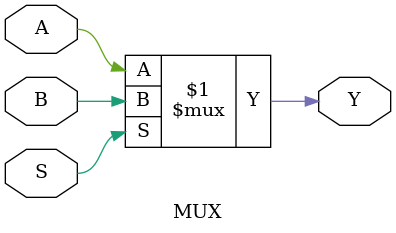
<source format=v>
`timescale 1ns / 1ps


module MUX( A,  B,  S,  Y);
    input  A;
    input  B;
    input  S;
    output wire Y;
    assign Y = (S) ? B : A;
endmodule

</source>
